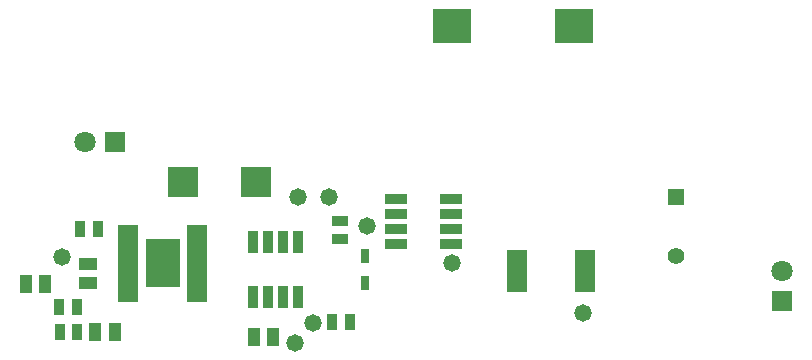
<source format=gts>
G04*
G04 #@! TF.GenerationSoftware,Altium Limited,Altium Designer,24.0.1 (36)*
G04*
G04 Layer_Color=8388736*
%FSLAX44Y44*%
%MOMM*%
G71*
G04*
G04 #@! TF.SameCoordinates,BB81E8EB-7F52-4CE0-AE74-A3D2E76F45DC*
G04*
G04*
G04 #@! TF.FilePolarity,Negative*
G04*
G01*
G75*
%ADD18R,0.9500X1.3500*%
%ADD25R,1.3500X0.9500*%
%ADD27R,1.0532X1.5532*%
%ADD28R,0.9232X1.9832*%
%ADD29R,2.5532X2.6532*%
%ADD30R,2.9432X4.0632*%
%ADD31R,1.6532X0.6532*%
%ADD32R,1.9832X0.9232*%
%ADD33R,1.5532X1.0532*%
%ADD34R,1.7432X3.6232*%
%ADD35R,3.2032X3.0032*%
%ADD36R,0.7532X1.2532*%
%ADD37R,1.8032X1.8032*%
%ADD38C,1.8032*%
%ADD39R,1.8032X1.8032*%
%ADD40R,1.4032X1.4032*%
%ADD41C,1.4032*%
%ADD42C,1.4732*%
D18*
X884950Y514350D02*
D03*
X869950D02*
D03*
X654050Y505460D02*
D03*
X639050D02*
D03*
X638930Y527050D02*
D03*
X653930D02*
D03*
X671710Y593090D02*
D03*
X656710D02*
D03*
D25*
X876300Y584320D02*
D03*
Y599320D02*
D03*
D27*
X819780Y501650D02*
D03*
X803280D02*
D03*
X626740Y546100D02*
D03*
X610240D02*
D03*
X685800Y505460D02*
D03*
X669300D02*
D03*
D28*
X802640Y535400D02*
D03*
X815340D02*
D03*
X828040D02*
D03*
X840740D02*
D03*
X802640Y582200D02*
D03*
X815340D02*
D03*
X828040D02*
D03*
X840740D02*
D03*
D29*
X743700Y632460D02*
D03*
X805700D02*
D03*
D30*
X726440Y563880D02*
D03*
D31*
X755690Y593130D02*
D03*
Y586630D02*
D03*
Y580130D02*
D03*
Y573630D02*
D03*
Y567130D02*
D03*
Y560630D02*
D03*
Y554130D02*
D03*
Y547630D02*
D03*
Y541130D02*
D03*
Y534630D02*
D03*
X697190D02*
D03*
Y541130D02*
D03*
Y547630D02*
D03*
Y554130D02*
D03*
Y560630D02*
D03*
Y567130D02*
D03*
Y573630D02*
D03*
Y580130D02*
D03*
Y586630D02*
D03*
Y593130D02*
D03*
D32*
X924020Y618490D02*
D03*
Y605790D02*
D03*
Y593090D02*
D03*
Y580390D02*
D03*
X970820Y618490D02*
D03*
Y605790D02*
D03*
Y593090D02*
D03*
Y580390D02*
D03*
D33*
X662940Y563240D02*
D03*
Y546740D02*
D03*
D34*
X1026160Y557530D02*
D03*
X1083960D02*
D03*
D35*
X1074700Y764540D02*
D03*
X971550D02*
D03*
D36*
X897890Y547300D02*
D03*
Y570300D02*
D03*
D37*
X1250950Y532130D02*
D03*
D38*
Y557530D02*
D03*
X660400Y666750D02*
D03*
D39*
X685800D02*
D03*
D40*
X1160780Y619760D02*
D03*
D41*
Y569760D02*
D03*
D42*
X899160Y595630D02*
D03*
X838200Y496570D02*
D03*
X853440Y513080D02*
D03*
X1082040Y521970D02*
D03*
X971550Y563880D02*
D03*
X867410Y619760D02*
D03*
X840740D02*
D03*
X641350Y568960D02*
D03*
M02*

</source>
